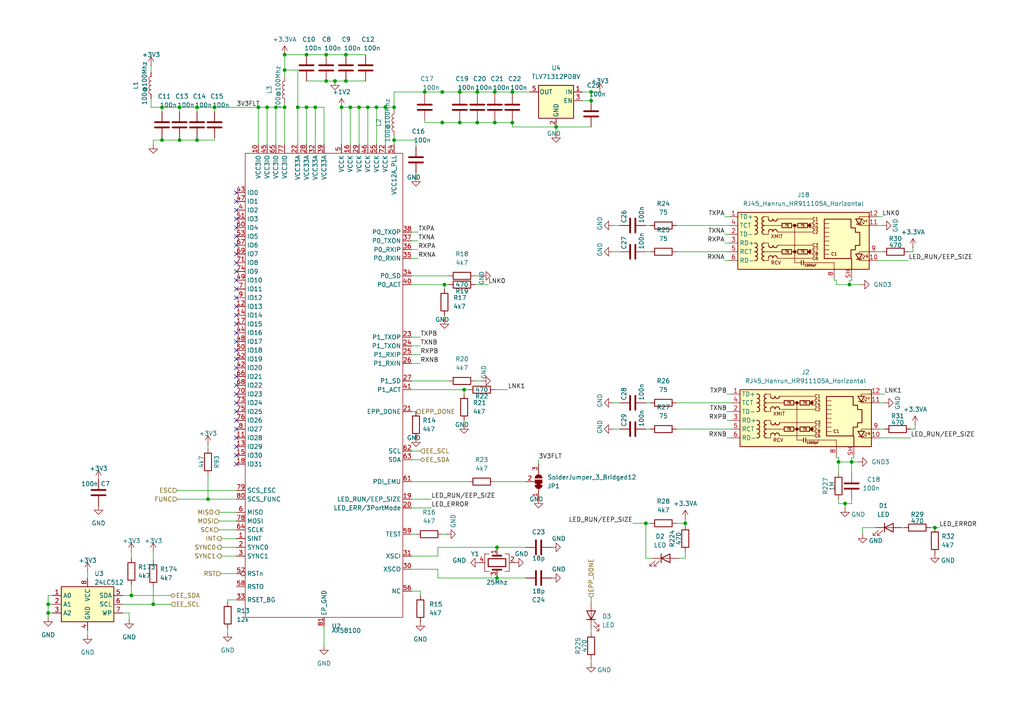
<source format=kicad_sch>
(kicad_sch (version 20231120) (generator "eeschema") (generator_version "8.0")
  (paper "A4")
  (junction (at 106.68 31.115))
  (junction (at 133.35 35.56))
  (junction (at 100.33 23.495))
  (junction (at 77.47 31.115))
  (junction (at 44.45 175.26))
  (junction (at 91.44 31.115))
  (junction (at 271.145 153.035))
  (junction (at 57.15 31.115))
  (junction (at 133.35 26.67))
  (junction (at 187.325 151.765))
  (junction (at 99.06 31.115))
  (junction (at 111.76 31.115))
  (junction (at 144.145 167.64))
  (junction (at 38.1 172.72))
  (junction (at 46.99 40.64))
  (junction (at 104.14 31.115))
  (junction (at 88.9 31.115))
  (junction (at 13.97 177.8))
  (junction (at 144.145 158.75))
  (junction (at 143.51 35.56))
  (junction (at 60.325 144.78))
  (junction (at 94.615 23.495))
  (junction (at 148.59 35.56))
  (junction (at 123.19 26.67))
  (junction (at 198.755 151.765))
  (junction (at 13.97 175.26))
  (junction (at 101.6 31.115))
  (junction (at 128.27 26.67))
  (junction (at 86.36 31.115))
  (junction (at 246.38 82.55))
  (junction (at 52.07 31.115))
  (junction (at 143.51 26.67))
  (junction (at 100.33 15.875))
  (junction (at 128.905 82.55))
  (junction (at 62.23 31.115))
  (junction (at 171.45 26.67))
  (junction (at 134.62 113.03))
  (junction (at 148.59 26.67))
  (junction (at 114.3 31.115))
  (junction (at 80.01 31.115))
  (junction (at 171.45 29.21))
  (junction (at 114.3 40.64))
  (junction (at 46.99 31.115))
  (junction (at 94.615 15.875))
  (junction (at 88.9 15.875))
  (junction (at 128.27 35.56))
  (junction (at 138.43 26.67))
  (junction (at 138.43 35.56))
  (junction (at 82.55 15.875))
  (junction (at 161.29 36.83))
  (junction (at 247.015 133.985))
  (junction (at 57.15 40.64))
  (junction (at 52.07 40.64))
  (junction (at 97.155 23.495))
  (junction (at 109.22 31.115))
  (junction (at 74.93 31.115))
  (junction (at 243.205 133.985))
  (junction (at 82.55 20.32))
  (junction (at 245.11 146.05))
  (junction (at 82.55 31.115))
  (no_connect (at 68.58 91.44))
  (no_connect (at 68.58 93.98))
  (no_connect (at 68.58 76.2))
  (no_connect (at 68.58 55.88))
  (no_connect (at 68.58 101.6))
  (no_connect (at 68.58 78.74))
  (no_connect (at 68.58 124.46))
  (no_connect (at 68.58 86.36))
  (no_connect (at 68.58 121.92))
  (no_connect (at 68.58 99.06))
  (no_connect (at 68.58 66.04))
  (no_connect (at 68.58 73.66))
  (no_connect (at 68.58 119.38))
  (no_connect (at 68.58 96.52))
  (no_connect (at 68.58 63.5))
  (no_connect (at 68.58 60.96))
  (no_connect (at 68.58 68.58))
  (no_connect (at 68.58 134.62))
  (no_connect (at 68.58 127))
  (no_connect (at 68.58 83.82))
  (no_connect (at 68.58 109.22))
  (no_connect (at 68.58 129.54))
  (no_connect (at 68.58 71.12))
  (no_connect (at 68.58 111.76))
  (no_connect (at 68.58 58.42))
  (no_connect (at 68.58 88.9))
  (no_connect (at 68.58 116.84))
  (no_connect (at 68.58 132.08))
  (no_connect (at 68.58 114.3))
  (no_connect (at 68.58 81.28))
  (no_connect (at 68.58 104.14))
  (no_connect (at 68.58 106.68))
  (wire (pts (xy 187.325 151.765) (xy 188.595 151.765)))
  (wire (pts (xy 148.59 26.67) (xy 143.51 26.67)))
  (wire (pts (xy 119.38 113.03) (xy 134.62 113.03)))
  (wire (pts (xy 119.38 69.85) (xy 121.285 69.85)))
  (wire (pts (xy 171.45 182.245) (xy 171.45 183.515)))
  (wire (pts (xy 82.55 31.115) (xy 82.55 41.91)))
  (wire (pts (xy 247.015 133.985) (xy 247.015 132.715)))
  (wire (pts (xy 187.325 161.925) (xy 187.325 151.765)))
  (wire (pts (xy 187.325 116.84) (xy 188.595 116.84)))
  (wire (pts (xy 44.45 175.26) (xy 49.53 175.26)))
  (wire (pts (xy 101.6 31.115) (xy 101.6 41.91)))
  (wire (pts (xy 93.98 181.61) (xy 93.98 187.325)))
  (wire (pts (xy 183.515 151.765) (xy 187.325 151.765)))
  (wire (pts (xy 254.635 62.865) (xy 255.905 62.865)))
  (wire (pts (xy 242.57 132.08) (xy 242.57 132.715)))
  (wire (pts (xy 62.23 31.115) (xy 74.93 31.115)))
  (wire (pts (xy 247.015 80.645) (xy 247.015 81.28)))
  (wire (pts (xy 243.205 133.985) (xy 243.205 132.715)))
  (wire (pts (xy 121.92 130.81) (xy 119.38 130.81)))
  (wire (pts (xy 168.91 29.21) (xy 171.45 29.21)))
  (wire (pts (xy 74.93 31.115) (xy 74.93 41.91)))
  (wire (pts (xy 171.45 191.135) (xy 171.45 192.405)))
  (wire (pts (xy 127 165.1) (xy 119.38 165.1)))
  (wire (pts (xy 177.8 65.405) (xy 179.705 65.405)))
  (wire (pts (xy 255.27 116.84) (xy 256.54 116.84)))
  (wire (pts (xy 119.38 171.45) (xy 121.92 171.45)))
  (wire (pts (xy 43.815 19.05) (xy 43.815 20.955)))
  (wire (pts (xy 264.795 73.025) (xy 263.525 73.025)))
  (wire (pts (xy 13.97 175.26) (xy 15.24 175.26)))
  (wire (pts (xy 119.38 144.78) (xy 125.095 144.78)))
  (wire (pts (xy 255.27 114.3) (xy 256.54 114.3)))
  (wire (pts (xy 123.19 26.67) (xy 123.19 27.305)))
  (wire (pts (xy 120.65 50.165) (xy 120.65 51.435)))
  (wire (pts (xy 37.465 177.8) (xy 35.56 177.8)))
  (wire (pts (xy 210.185 75.565) (xy 211.455 75.565)))
  (wire (pts (xy 52.07 31.115) (xy 52.07 32.385)))
  (wire (pts (xy 128.27 26.67) (xy 128.27 27.305)))
  (wire (pts (xy 66.04 173.99) (xy 66.04 174.625)))
  (wire (pts (xy 153.67 26.67) (xy 148.59 26.67)))
  (wire (pts (xy 119.38 67.31) (xy 121.285 67.31)))
  (wire (pts (xy 25.4 165.735) (xy 25.4 167.64)))
  (wire (pts (xy 111.76 31.115) (xy 111.76 41.91)))
  (wire (pts (xy 86.36 20.32) (xy 86.36 31.115)))
  (wire (pts (xy 261.62 153.035) (xy 262.255 153.035)))
  (wire (pts (xy 13.97 172.72) (xy 13.97 175.26)))
  (wire (pts (xy 88.9 15.875) (xy 94.615 15.875)))
  (wire (pts (xy 121.92 133.35) (xy 119.38 133.35)))
  (wire (pts (xy 46.99 40.005) (xy 46.99 40.64)))
  (wire (pts (xy 38.1 160.02) (xy 38.1 161.925)))
  (wire (pts (xy 143.51 113.03) (xy 147.32 113.03)))
  (wire (pts (xy 63.5 151.13) (xy 68.58 151.13)))
  (wire (pts (xy 82.55 15.875) (xy 82.55 20.32)))
  (wire (pts (xy 114.3 26.67) (xy 123.19 26.67)))
  (wire (pts (xy 63.5 153.67) (xy 68.58 153.67)))
  (wire (pts (xy 80.01 31.115) (xy 80.01 41.91)))
  (wire (pts (xy 210.185 70.485) (xy 211.455 70.485)))
  (wire (pts (xy 134.62 121.92) (xy 134.62 123.19)))
  (wire (pts (xy 210.82 114.3) (xy 212.09 114.3)))
  (wire (pts (xy 255.27 127) (xy 264.16 127)))
  (wire (pts (xy 243.205 132.715) (xy 242.57 132.715)))
  (wire (pts (xy 144.145 167.64) (xy 127 167.64)))
  (wire (pts (xy 82.55 20.32) (xy 86.36 20.32)))
  (wire (pts (xy 119.38 74.93) (xy 121.285 74.93)))
  (wire (pts (xy 100.33 23.495) (xy 106.045 23.495)))
  (wire (pts (xy 44.45 40.64) (xy 46.99 40.64)))
  (wire (pts (xy 148.59 34.925) (xy 148.59 35.56)))
  (wire (pts (xy 52.07 40.005) (xy 52.07 40.64)))
  (wire (pts (xy 187.325 73.025) (xy 188.595 73.025)))
  (wire (pts (xy 15.24 172.72) (xy 13.97 172.72)))
  (wire (pts (xy 161.29 36.83) (xy 161.29 38.735)))
  (wire (pts (xy 104.14 31.115) (xy 104.14 41.91)))
  (wire (pts (xy 246.38 82.55) (xy 246.38 81.28)))
  (wire (pts (xy 161.29 36.83) (xy 148.59 36.83)))
  (wire (pts (xy 196.215 65.405) (xy 211.455 65.405)))
  (wire (pts (xy 66.04 182.245) (xy 66.04 183.515)))
  (wire (pts (xy 88.9 23.495) (xy 94.615 23.495)))
  (wire (pts (xy 196.215 73.025) (xy 211.455 73.025)))
  (wire (pts (xy 80.01 31.115) (xy 77.47 31.115)))
  (wire (pts (xy 148.59 35.56) (xy 143.51 35.56)))
  (wire (pts (xy 119.38 72.39) (xy 121.285 72.39)))
  (wire (pts (xy 63.5 148.59) (xy 68.58 148.59)))
  (wire (pts (xy 241.935 80.645) (xy 241.935 81.28)))
  (wire (pts (xy 189.23 161.925) (xy 187.325 161.925)))
  (wire (pts (xy 168.91 26.67) (xy 171.45 26.67)))
  (wire (pts (xy 128.27 154.94) (xy 129.54 154.94)))
  (wire (pts (xy 272.415 153.035) (xy 271.145 153.035)))
  (wire (pts (xy 210.185 62.865) (xy 211.455 62.865)))
  (wire (pts (xy 247.65 132.08) (xy 247.65 132.715)))
  (wire (pts (xy 210.185 67.945) (xy 211.455 67.945)))
  (wire (pts (xy 152.4 167.64) (xy 144.145 167.64)))
  (wire (pts (xy 60.325 128.905) (xy 60.325 130.175)))
  (wire (pts (xy 127 167.64) (xy 127 165.1)))
  (wire (pts (xy 38.1 169.545) (xy 38.1 172.72)))
  (wire (pts (xy 35.56 175.26) (xy 44.45 175.26)))
  (wire (pts (xy 119.38 97.79) (xy 121.92 97.79)))
  (wire (pts (xy 64.135 158.75) (xy 68.58 158.75)))
  (wire (pts (xy 133.35 26.67) (xy 128.27 26.67)))
  (wire (pts (xy 51.435 144.78) (xy 60.325 144.78)))
  (wire (pts (xy 44.45 170.18) (xy 44.45 175.26)))
  (wire (pts (xy 198.755 151.765) (xy 196.215 151.765)))
  (wire (pts (xy 265.43 124.46) (xy 264.16 124.46)))
  (wire (pts (xy 68.58 173.99) (xy 66.04 173.99)))
  (wire (pts (xy 128.27 34.925) (xy 128.27 35.56)))
  (wire (pts (xy 91.44 31.115) (xy 91.44 41.91)))
  (wire (pts (xy 138.43 26.67) (xy 133.35 26.67)))
  (wire (pts (xy 119.38 147.32) (xy 125.095 147.32)))
  (wire (pts (xy 119.38 119.38) (xy 120.65 119.38)))
  (wire (pts (xy 143.51 35.56) (xy 138.43 35.56)))
  (wire (pts (xy 13.97 177.8) (xy 15.24 177.8)))
  (wire (pts (xy 82.55 29.845) (xy 82.55 31.115)))
  (wire (pts (xy 250.19 154.94) (xy 250.19 153.035)))
  (wire (pts (xy 247.015 137.16) (xy 247.015 133.985)))
  (wire (pts (xy 242.57 82.55) (xy 242.57 81.28)))
  (wire (pts (xy 35.56 172.72) (xy 38.1 172.72)))
  (wire (pts (xy 106.68 31.115) (xy 106.68 41.91)))
  (wire (pts (xy 114.3 40.64) (xy 114.3 41.91)))
  (wire (pts (xy 254.635 75.565) (xy 263.525 75.565)))
  (wire (pts (xy 177.8 73.025) (xy 179.705 73.025)))
  (wire (pts (xy 138.43 35.56) (xy 133.35 35.56)))
  (wire (pts (xy 119.38 102.87) (xy 121.92 102.87)))
  (wire (pts (xy 128.905 91.44) (xy 128.905 92.71)))
  (wire (pts (xy 247.015 133.985) (xy 248.92 133.985)))
  (wire (pts (xy 196.215 124.46) (xy 212.09 124.46)))
  (wire (pts (xy 265.43 123.19) (xy 265.43 124.46)))
  (wire (pts (xy 109.22 31.115) (xy 111.76 31.115)))
  (wire (pts (xy 187.325 124.46) (xy 188.595 124.46)))
  (wire (pts (xy 242.57 81.28) (xy 241.935 81.28)))
  (wire (pts (xy 57.15 40.64) (xy 52.07 40.64)))
  (wire (pts (xy 52.07 40.64) (xy 46.99 40.64)))
  (wire (pts (xy 255.27 124.46) (xy 256.54 124.46)))
  (wire (pts (xy 46.99 31.115) (xy 52.07 31.115)))
  (wire (pts (xy 143.51 26.67) (xy 143.51 27.305)))
  (wire (pts (xy 13.97 175.26) (xy 13.97 177.8)))
  (wire (pts (xy 128.905 82.55) (xy 128.905 83.82)))
  (wire (pts (xy 109.22 31.115) (xy 109.22 41.91)))
  (wire (pts (xy 250.19 153.035) (xy 254 153.035)))
  (wire (pts (xy 133.35 26.67) (xy 133.35 27.305)))
  (wire (pts (xy 94.615 23.495) (xy 97.155 23.495)))
  (wire (pts (xy 57.15 31.115) (xy 57.15 32.385)))
  (wire (pts (xy 99.06 31.115) (xy 101.6 31.115)))
  (wire (pts (xy 177.8 124.46) (xy 179.705 124.46)))
  (wire (pts (xy 138.43 34.925) (xy 138.43 35.56)))
  (wire (pts (xy 246.38 81.28) (xy 247.015 81.28)))
  (wire (pts (xy 121.92 171.45) (xy 121.92 172.72)))
  (wire (pts (xy 60.325 137.795) (xy 60.325 144.78)))
  (wire (pts (xy 100.33 15.875) (xy 106.045 15.875)))
  (wire (pts (xy 134.62 113.03) (xy 135.89 113.03)))
  (wire (pts (xy 119.38 105.41) (xy 121.92 105.41)))
  (wire (pts (xy 37.465 179.705) (xy 37.465 177.8)))
  (wire (pts (xy 64.135 166.37) (xy 68.58 166.37)))
  (wire (pts (xy 120.65 42.545) (xy 120.65 40.64)))
  (wire (pts (xy 143.51 26.67) (xy 138.43 26.67)))
  (wire (pts (xy 128.27 26.67) (xy 123.19 26.67)))
  (wire (pts (xy 171.45 26.67) (xy 173.99 26.67)))
  (wire (pts (xy 119.38 154.94) (xy 120.65 154.94)))
  (wire (pts (xy 210.82 127) (xy 212.09 127)))
  (wire (pts (xy 144.145 159.385) (xy 144.145 158.75)))
  (wire (pts (xy 246.38 82.55) (xy 249.555 82.55)))
  (wire (pts (xy 119.38 80.01) (xy 130.175 80.01)))
  (wire (pts (xy 247.015 132.715) (xy 247.65 132.715)))
  (wire (pts (xy 114.3 31.115) (xy 114.3 31.75)))
  (wire (pts (xy 86.36 31.115) (xy 86.36 41.91)))
  (wire (pts (xy 133.35 34.925) (xy 133.35 35.56)))
  (wire (pts (xy 88.9 31.115) (xy 88.9 41.91)))
  (wire (pts (xy 62.23 40.64) (xy 57.15 40.64)))
  (wire (pts (xy 97.155 23.495) (xy 100.33 23.495)))
  (wire (pts (xy 52.07 31.115) (xy 57.15 31.115)))
  (wire (pts (xy 44.45 160.02) (xy 44.45 162.56)))
  (wire (pts (xy 44.45 40.64) (xy 44.45 41.91)))
  (wire (pts (xy 101.6 31.115) (xy 104.14 31.115)))
  (wire (pts (xy 134.62 113.03) (xy 134.62 114.3)))
  (wire (pts (xy 25.4 182.88) (xy 25.4 184.15)))
  (wire (pts (xy 119.38 82.55) (xy 128.905 82.55)))
  (wire (pts (xy 99.06 41.91) (xy 99.06 31.115)))
  (wire (pts (xy 144.145 167.64) (xy 144.145 167.005)))
  (wire (pts (xy 127 158.75) (xy 127 161.29)))
  (wire (pts (xy 254.635 73.025) (xy 255.905 73.025)))
  (wire (pts (xy 38.1 172.72) (xy 49.53 172.72)))
  (wire (pts (xy 245.11 147.32) (xy 245.11 146.05)))
  (wire (pts (xy 198.755 161.925) (xy 198.755 160.02)))
  (wire (pts (xy 127 161.29) (xy 119.38 161.29)))
  (wire (pts (xy 171.45 29.21) (xy 171.45 26.67)))
  (wire (pts (xy 51.435 142.24) (xy 68.58 142.24)))
  (wire (pts (xy 57.15 31.115) (xy 62.23 31.115)))
  (wire (pts (xy 114.3 26.67) (xy 114.3 31.115)))
  (wire (pts (xy 94.615 15.875) (xy 100.33 15.875)))
  (wire (pts (xy 148.59 36.83) (xy 148.59 35.56)))
  (wire (pts (xy 62.23 31.115) (xy 62.23 32.385)))
  (wire (pts (xy 80.01 31.115) (xy 82.55 31.115)))
  (wire (pts (xy 242.57 82.55) (xy 246.38 82.55)))
  (wire (pts (xy 114.3 39.37) (xy 114.3 40.64)))
  (wire (pts (xy 243.205 137.16) (xy 243.205 133.985)))
  (wire (pts (xy 247.015 146.05) (xy 245.11 146.05)))
  (wire (pts (xy 13.97 177.8) (xy 13.97 179.07)))
  (wire (pts (xy 156.21 133.35) (xy 156.21 134.62)))
  (wire (pts (xy 74.93 31.115) (xy 77.47 31.115)))
  (wire (pts (xy 93.98 41.91) (xy 93.98 31.115)))
  (wire (pts (xy 144.145 158.75) (xy 127 158.75)))
  (wire (pts (xy 86.36 31.115) (xy 88.9 31.115)))
  (wire (pts (xy 196.85 161.925) (xy 198.755 161.925)))
  (wire (pts (xy 104.14 31.115) (xy 106.68 31.115)))
  (wire (pts (xy 137.795 110.49) (xy 139.7 110.49)))
  (wire (pts (xy 119.38 100.33) (xy 121.92 100.33)))
  (wire (pts (xy 210.82 121.92) (xy 212.09 121.92)))
  (wire (pts (xy 271.145 153.035) (xy 269.875 153.035)))
  (wire (pts (xy 106.68 31.115) (xy 109.22 31.115)))
  (wire (pts (xy 62.23 40.005) (xy 62.23 40.64)))
  (wire (pts (xy 210.82 119.38) (xy 212.09 119.38)))
  (wire (pts (xy 143.51 139.7) (xy 152.4 139.7)))
  (wire (pts (xy 243.205 133.985) (xy 247.015 133.985)))
  (wire (pts (xy 137.795 82.55) (xy 141.605 82.55)))
  (wire (pts (xy 187.325 65.405) (xy 188.595 65.405)))
  (wire (pts (xy 247.015 144.78) (xy 247.015 146.05)))
  (wire (pts (xy 120.65 40.64) (xy 114.3 40.64)))
  (wire (pts (xy 128.27 35.56) (xy 133.35 35.56)))
  (wire (pts (xy 138.43 26.67) (xy 138.43 27.305)))
  (wire (pts (xy 245.11 146.05) (xy 243.205 146.05)))
  (wire (pts (xy 46.99 31.115) (xy 46.99 32.385)))
  (wire (pts (xy 137.795 80.01) (xy 139.7 80.01)))
  (wire (pts (xy 128.905 82.55) (xy 130.175 82.55)))
  (wire (pts (xy 64.135 156.21) (xy 68.58 156.21)))
  (wire (pts (xy 88.9 31.115) (xy 91.44 31.115)))
  (wire (pts (xy 57.15 40.005) (xy 57.15 40.64)))
  (wire (pts (xy 152.4 158.75) (xy 144.145 158.75)))
  (wire (pts (xy 264.795 71.755) (xy 264.795 73.025)))
  (wire (pts (xy 198.755 151.765) (xy 198.755 152.4)))
  (wire (pts (xy 148.59 26.67) (xy 148.59 27.305)))
  (wire (pts (xy 43.815 31.115) (xy 46.99 31.115)))
  (wire (pts (xy 82.55 20.32) (xy 82.55 22.225)))
  (wire (pts (xy 91.44 31.115) (xy 93.98 31.115)))
  (wire (pts (xy 43.815 28.575) (xy 43.815 31.115)))
  (wire (pts (xy 123.19 34.925) (xy 123.19 35.56)))
  (wire (pts (xy 82.55 15.875) (xy 88.9 15.875)))
  (wire (pts (xy 119.38 110.49) (xy 130.175 110.49)))
  (wire (pts (xy 161.29 36.83) (xy 171.45 36.83)))
  (wire (pts (xy 196.215 116.84) (xy 212.09 116.84)))
  (wire (pts (xy 254.635 65.405) (xy 255.905 65.405)))
  (wire (pts (xy 143.51 34.925) (xy 143.51 35.56)))
  (wire (pts (xy 243.205 146.05) (xy 243.205 144.78)))
  (wire (pts (xy 64.135 161.29) (xy 68.58 161.29)))
  (wire (pts (xy 60.325 144.78) (xy 68.58 144.78)))
  (wire (pts (xy 77.47 31.115) (xy 77.47 41.91)))
  (wire (pts (xy 171.45 173.355) (xy 171.45 174.625)))
  (wire (pts (xy 198.755 150.495) (xy 198.755 151.765)))
  (wire (pts (xy 177.8 116.84) (xy 179.705 116.84)))
  (wire (pts (xy 111.76 31.115) (xy 114.3 31.115)))
  (wire (pts (xy 123.19 35.56) (xy 128.27 35.56)))
  (wire (pts (xy 119.38 139.7) (xy 135.89 139.7)))
  (label "TXPB" (at 121.92 97.79 0))
  (label "LED_RUN{slash}EEP_SIZE" (at 263.525 75.565 0))
  (label "TXPA" (at 210.185 62.865 180))
  (label "TXNA" (at 121.285 69.85 0))
  (label "TXPA" (at 121.285 67.31 0))
  (label "RXPB" (at 210.82 121.92 180))
  (label "LNK1" (at 256.54 114.3 0))
  (label "RXNA" (at 121.285 74.93 0))
  (label "LED_RUN{slash}EEP_SIZE" (at 183.515 151.765 180))
  (label "RXNB" (at 210.82 127 180))
  (label "TXPB" (at 210.82 114.3 180))
  (label "RXPA" (at 210.185 70.485 180))
  (label "LNK1" (at 147.32 113.03 0))
  (label "RXPA" (at 121.285 72.39 0))
  (label "3V3FLT" (at 156.21 133.35 0))
  (label "RXNB" (at 121.92 105.41 0))
  (label "LNK0" (at 141.605 82.55 0))
  (label "LED_ERROR" (at 272.415 153.035 0))
  (label "3V3FLT" (at 68.58 31.115 0))
  (label "LNK0" (at 255.905 62.865 0))
  (label "LED_RUN{slash}EEP_SIZE" (at 125.095 144.78 0))
  (label "RXNA" (at 210.185 75.565 180))
  (label "RXPB" (at 121.92 102.87 0))
  (label "TXNB" (at 121.92 100.33 0))
  (label "TXNA" (at 210.185 67.945 180))
  (label "LED_ERROR" (at 125.095 147.32 0))
  (label "LED_RUN{slash}EEP_SIZE" (at 264.16 127 0))
  (label "TXNB" (at 210.82 119.38 180))
  (hierarchical_label "ESC" (shape input) (at 51.435 142.24 180))
  (hierarchical_label "FUNC" (shape input) (at 51.435 144.78 180))
  (hierarchical_label "SYNC0" (shape output) (at 64.135 158.75 180))
  (hierarchical_label "EE_SDA" (shape bidirectional) (at 49.53 172.72 0))
  (hierarchical_label "SCK" (shape input) (at 63.5 153.67 180))
  (hierarchical_label "EE_SCL" (shape input) (at 121.92 130.81 0))
  (hierarchical_label "EPP_DONE" (shape input) (at 120.65 119.38 0))
  (hierarchical_label "EPP_DONE" (shape input) (at 171.45 173.355 90))
  (hierarchical_label "RST" (shape input) (at 64.135 166.37 180))
  (hierarchical_label "MISO" (shape output) (at 63.5 148.59 180))
  (hierarchical_label "EE_SDA" (shape bidirectional) (at 121.92 133.35 0))
  (hierarchical_label "MOSI" (shape input) (at 63.5 151.13 180))
  (hierarchical_label "SYNC1" (shape output) (at 64.135 161.29 180))
  (hierarchical_label "EE_SCL" (shape input) (at 49.53 175.26 0))
  (hierarchical_label "INT" (shape output) (at 64.135 156.21 180))
  (symbol (lib_id "power:+3.3VA") (at 198.755 150.495 0) (unit 1)
    (property "Reference" "#PWR0317" (effects (hide yes)))
    (property "Value" "+3.3VA" (at 198.755 146.05 0))
    (property "Description" "Power symbol creates a global label with name \"+3.3VA\"" (effects (hide yes)))
  )
  (symbol (lib_id "Device:R") (at 134.62 118.11 0) (unit 1)
    (property "Reference" "R21" (at 137.16 116.8399 0) (effects (justify left)))
    (property "Value" "4k7" (at 137.16 119.3799 0) (effects (justify left)))
    (property "Footprint" "Resistor_SMD:R_0402_1005Metric" (effects (hide yes)))
    (property "Description" "Resistor" (effects (hide yes)))
    (property "LCSC Part #" "C25900" (effects (hide yes)))
  )
  (symbol (lib_id "power:+3V3") (at 60.325 128.905 0) (unit 1)
    (property "Reference" "#PWR0344" (effects (hide yes)))
    (property "Value" "+3V3" (at 60.325 125.73 0))
    (property "Description" "Power symbol creates a global label with name \"+3V3\"" (effects (hide yes)))
  )
  (symbol (lib_id "Device:R") (at 260.35 124.46 90) (unit 1)
    (property "Reference" "R31" (at 260.35 120.65 90))
    (property "Value" "470" (at 260.35 122.555 90))
    (property "Footprint" "Resistor_SMD:R_0402_1005Metric" (effects (hide yes)))
    (property "Description" "Resistor" (effects (hide yes)))
    (property "LCSC Part #" "C25117" (effects (hide yes)))
  )
  (symbol (lib_id "power:+3V3") (at 38.1 160.02 0) (unit 1)
    (property "Reference" "#PWR0303" (effects (hide yes)))
    (property "Value" "+3V3" (at 38.1 156.845 0))
    (property "Description" "Power symbol creates a global label with name \"+3V3\"" (effects (hide yes)))
  )
  (symbol (lib_id "Device:R") (at 44.45 166.37 0) (unit 1)
    (property "Reference" "R174" (at 46.355 165.0999 0) (effects (justify left)))
    (property "Value" "4k7" (at 46.355 167.6399 0) (effects (justify left)))
    (property "Footprint" "Resistor_SMD:R_0402_1005Metric" (effects (hide yes)))
    (property "Description" "Resistor" (effects (hide yes)))
    (property "LCSC Part #" "C25900" (effects (hide yes)))
  )
  (symbol (lib_id "power:GND") (at 120.65 127 0) (unit 1)
    (property "Reference" "#PWR037" (effects (hide yes)))
    (property "Value" "GND" (at 120.015 127 0))
    (property "Description" "Power symbol creates a global label with name \"GND\" , ground" (effects (hide yes)))
  )
  (symbol (lib_id "power:GND") (at 161.29 38.735 0) (unit 1)
    (property "Reference" "#PWR049" (effects (hide yes)))
    (property "Value" "GND" (at 160.655 38.735 0))
    (property "Description" "Power symbol creates a global label with name \"GND\" , ground" (effects (hide yes)))
  )
  (symbol (lib_id "Device:R") (at 133.985 80.01 90) (unit 1)
    (property "Reference" "R18" (at 133.985 73.66 90))
    (property "Value" "4k7" (at 133.985 76.2 90))
    (property "Footprint" "Resistor_SMD:R_0402_1005Metric" (effects (hide yes)))
    (property "Description" "Resistor" (effects (hide yes)))
    (property "LCSC Part #" "C25900" (effects (hide yes)))
  )
  (symbol (lib_id "Device:R") (at 124.46 154.94 270) (unit 1)
    (property "Reference" "R16" (at 124.46 148.59 90))
    (property "Value" "4k7" (at 124.46 151.13 90))
    (property "Footprint" "Resistor_SMD:R_0402_1005Metric" (effects (hide yes)))
    (property "Description" "Resistor" (effects (hide yes)))
    (property "LCSC Part #" "C25900" (effects (hide yes)))
  )
  (symbol (lib_id "power:+3V3") (at 44.45 160.02 0) (unit 1)
    (property "Reference" "#PWR0304" (effects (hide yes)))
    (property "Value" "+3V3" (at 44.45 156.845 0))
    (property "Description" "Power symbol creates a global label with name \"+3V3\"" (effects (hide yes)))
  )
  (symbol (lib_id "Device:LED") (at 193.04 161.925 0) (unit 1)
    (property "Reference" "D2" (at 191.4525 155.575 0))
    (property "Value" "LED" (at 191.4525 158.115 0))
    (property "Footprint" "LED_SMD:LED_0603_1608Metric" (effects (hide yes)))
    (property "Description" "Light emitting diode" (effects (hide yes)))
    (property "JLC" "C2286" (effects (hide yes)))
  )
  (symbol (lib_id "power:GND") (at 160.02 167.64 90) (unit 1)
    (property "Reference" "#PWR048" (effects (hide yes)))
    (property "Value" "GND" (at 160.02 165.1 90) (effects (justify right)))
    (property "Description" "Power symbol creates a global label with name \"GND\" , ground" (effects (hide yes)))
  )
  (symbol (lib_id "Device:LED") (at 171.45 178.435 90) (unit 1)
    (property "Reference" "D3" (at 174.625 178.7524 90) (effects (justify right)))
    (property "Value" "LED" (at 174.625 181.2924 90) (effects (justify right)))
    (property "Footprint" "LED_SMD:LED_0603_1608Metric" (effects (hide yes)))
    (property "Description" "Light emitting diode" (effects (hide yes)))
    (property "JLC" "C2286" (effects (hide yes)))
  )
  (symbol (lib_id "power:GND") (at 139.7 110.49 90) (unit 1)
    (property "Reference" "#PWR044" (effects (hide yes)))
    (property "Value" "GND" (at 140.335 107.95 0))
    (property "Description" "Power symbol creates a global label with name \"GND\" , ground" (effects (hide yes)))
  )
  (symbol (lib_id "power:+3V3") (at 43.815 19.05 0) (unit 1)
    (property "Reference" "#PWR028" (effects (hide yes)))
    (property "Value" "+3V3" (at 43.815 15.875 0))
    (property "Description" "Power symbol creates a global label with name \"+3V3\"" (effects (hide yes)))
  )
  (symbol (lib_id "power:+3.3VA") (at 82.55 15.875 0) (unit 1)
    (property "Reference" "#PWR0316" (effects (hide yes)))
    (property "Value" "+3.3VA" (at 82.55 11.43 0))
    (property "Description" "Power symbol creates a global label with name \"+3.3VA\"" (effects (hide yes)))
  )
  (symbol (lib_id "Device:C") (at 28.575 142.875 0) (unit 1)
    (property "Reference" "C7" (at 29.21 140.335 0) (effects (justify left)))
    (property "Value" "100n" (at 23.495 140.335 0) (effects (justify left)))
    (property "Footprint" "Capacitor_SMD:C_0402_1005Metric" (effects (hide yes)))
    (property "Description" "Unpolarized capacitor" (effects (hide yes)))
    (property "LCSC Part #" "C307331" (effects (hide yes)))
  )
  (symbol (lib_id "power:GND") (at 128.905 92.71 0) (unit 1)
    (property "Reference" "#PWR039" (effects (hide yes)))
    (property "Value" "GND" (at 128.27 92.71 0))
    (property "Description" "Power symbol creates a global label with name \"GND\" , ground" (effects (hide yes)))
  )
  (symbol (lib_id "power:GND") (at 177.8 73.025 270) (unit 1)
    (property "Reference" "#PWR052" (effects (hide yes)))
    (property "Value" "GND" (at 173.99 72.39 0))
    (property "Description" "Power symbol creates a global label with name \"GND\" , ground" (effects (hide yes)))
  )
  (symbol (lib_id "Device:R") (at 192.405 73.025 90) (unit 1)
    (property "Reference" "R25" (at 192.405 66.675 90))
    (property "Value" "75" (at 192.405 69.215 90))
    (property "Footprint" "Resistor_SMD:R_0603_1608Metric" (effects (hide yes)))
    (property "Description" "Resistor" (effects (hide yes)))
    (property "LCSC Part #" "C4275" (effects (hide yes)))
  )
  (symbol (lib_id "power:GND") (at 134.62 123.19 0) (unit 1)
    (property "Reference" "#PWR041" (effects (hide yes)))
    (property "Value" "GND" (at 133.985 123.19 0))
    (property "Description" "Power symbol creates a global label with name \"GND\" , ground" (effects (hide yes)))
  )
  (symbol (lib_id "power:GND") (at 37.465 179.705 0) (unit 1)
    (property "Reference" "#PWR033" (effects (hide yes)))
    (property "Value" "GND" (at 37.465 184.785 0))
    (property "Description" "Power symbol creates a global label with name \"GND\" , ground" (effects (hide yes)))
  )
  (symbol (lib_id "Device:C") (at 88.9 19.685 0) (unit 1)
    (property "Reference" "C10" (at 87.63 11.43 0) (effects (justify left)))
    (property "Value" "100n" (at 88.265 13.97 0) (effects (justify left)))
    (property "Footprint" "Capacitor_SMD:C_0402_1005Metric" (effects (hide yes)))
    (property "Description" "Unpolarized capacitor" (effects (hide yes)))
    (property "LCSC Part #" "C307331" (effects (hide yes)))
  )
  (symbol (lib_id "Device:C") (at 57.15 36.195 0) (unit 1)
    (property "Reference" "C14" (at 55.88 27.94 0) (effects (justify left)))
    (property "Value" "100n" (at 56.515 30.48 0) (effects (justify left)))
    (property "Footprint" "Capacitor_SMD:C_0402_1005Metric" (effects (hide yes)))
    (property "Description" "Unpolarized capacitor" (effects (hide yes)))
    (property "LCSC Part #" "C307331" (effects (hide yes)))
  )
  (symbol (lib_id "Regulator_Linear:TLV71312PDBV") (at 161.29 29.21 0) (mirror y) (unit 1) (in_bom no)
    (property "Reference" "U4" (at 161.29 19.685 0))
    (property "Value" "TLV71312PDBV" (at 161.29 22.225 0))
    (property "Footprint" "Package_TO_SOT_SMD:SOT-23-5" (effects (hide yes)))
    (property "Datasheet" "http://www.ti.com/lit/ds/symlink/tlv713p.pdf" (effects (hide yes)))
    (property "Description" "150mA Low Dropout Voltage Regulator, Fixed Output 1.2V, SOT-23-5" (effects (hide yes)))
    (property "LCSC Part #" "C2872351" (effects (hide yes)))
  )
  (symbol (lib_id "Device:LED") (at 257.81 153.035 0) (unit 1)
    (property "Reference" "D1" (at 256.2225 146.685 0))
    (property "Value" "LED" (at 256.2225 149.225 0))
    (property "Footprint" "LED_SMD:LED_0603_1608Metric" (effects (hide yes)))
    (property "Description" "Light emitting diode" (effects (hide yes)))
    (property "JLC" "C2286" (effects (hide yes)))
  )
  (symbol (lib_id "Device:R") (at 66.04 178.435 0) (unit 1)
    (property "Reference" "R13" (at 68.58 177.1649 0) (effects (justify left)))
    (property "Value" "12k" (at 68.58 179.7049 0) (effects (justify left)))
    (property "Footprint" "Resistor_SMD:R_0402_1005Metric" (effects (hide yes)))
    (property "Description" "Resistor" (effects (hide yes)))
    (property "LCSC Part #" "C25752" (effects (hide yes)))
  )
  (symbol (lib_id "Device:R") (at 171.45 187.325 180) (unit 1)
    (property "Reference" "R225" (at 167.64 187.325 90))
    (property "Value" "470" (at 169.545 187.325 90))
    (property "Footprint" "Resistor_SMD:R_0402_1005Metric" (effects (hide yes)))
    (property "Description" "Resistor" (effects (hide yes)))
    (property "LCSC Part #" "C25117" (effects (hide yes)))
  )
  (symbol (lib_id "power:GND") (at 255.905 65.405 90) (unit 1)
    (property "Reference" "#PWR060" (effects (hide yes)))
    (property "Value" "GND" (at 259.715 65.405 0))
    (property "Description" "Power symbol creates a global label with name \"GND\" , ground" (effects (hide yes)))
  )
  (symbol (lib_id "power:+3V3") (at 173.99 26.67 0) (unit 1)
    (property "Reference" "#PWR050" (effects (hide yes)))
    (property "Value" "+3V3" (at 173.99 23.495 0))
    (property "Description" "Power symbol creates a global label with name \"+3V3\"" (effects (hide yes)))
  )
  (symbol (lib_id "power:GND") (at 120.65 51.435 0) (unit 1)
    (property "Reference" "#PWR036" (effects (hide yes)))
    (property "Value" "GND" (at 120.015 51.435 0))
    (property "Description" "Power symbol creates a global label with name \"GND\" , ground" (effects (hide yes)))
  )
  (symbol (lib_id "Device:L") (at 43.815 24.765 180) (unit 1)
    (property "Reference" "L1" (at 39.37 24.765 90))
    (property "Value" "100@100Mhz" (at 41.91 24.13 90))
    (property "Footprint" "Resistor_SMD:R_0805_2012Metric" (effects (hide yes)))
    (property "Description" "Inductor" (effects (hide yes)))
    (property "LCSC Part #" "C1015" (effects (hide yes)))
  )
  (symbol (lib_id "power:GND") (at 177.8 65.405 270) (unit 1)
    (property "Reference" "#PWR051" (effects (hide yes)))
    (property "Value" "GND" (at 173.99 64.77 0))
    (property "Description" "Power symbol creates a global label with name \"GND\" , ground" (effects (hide yes)))
  )
  (symbol (lib_id "Device:R") (at 192.405 151.765 270) (unit 1)
    (property "Reference" "R28" (at 192.405 145.415 90))
    (property "Value" "4k7" (at 192.405 147.955 90))
    (property "Footprint" "Resistor_SMD:R_0402_1005Metric" (effects (hide yes)))
    (property "Description" "Resistor" (effects (hide yes)))
    (property "LCSC Part #" "C25900" (effects (hide yes)))
  )
  (symbol (lib_id "Device:R") (at 128.905 87.63 0) (unit 1)
    (property "Reference" "R17" (at 131.445 86.3599 0) (effects (justify left)))
    (property "Value" "4k7" (at 131.445 88.8999 0) (effects (justify left)))
    (property "Footprint" "Resistor_SMD:R_0402_1005Metric" (effects (hide yes)))
    (property "Description" "Resistor" (effects (hide yes)))
    (property "LCSC Part #" "C25900" (effects (hide yes)))
  )
  (symbol (lib_id "Device:C") (at 52.07 36.195 0) (unit 1)
    (property "Reference" "C13" (at 50.8 27.94 0) (effects (justify left)))
    (property "Value" "100n" (at 51.435 30.48 0) (effects (justify left)))
    (property "Footprint" "Capacitor_SMD:C_0402_1005Metric" (effects (hide yes)))
    (property "Description" "Unpolarized capacitor" (effects (hide yes)))
    (property "LCSC Part #" "C307331" (effects (hide yes)))
  )
  (symbol (lib_id "Device:R") (at 120.65 123.19 180) (unit 1)
    (property "Reference" "R14" (at 122.555 121.9199 0) (effects (justify right)))
    (property "Value" "4k7" (at 122.555 124.4599 0) (effects (justify right)))
    (property "Footprint" "Resistor_SMD:R_0402_1005Metric" (effects (hide yes)))
    (property "Description" "Resistor" (effects (hide yes)))
    (property "LCSC Part #" "C25900" (effects (hide yes)))
  )
  (symbol (lib_id "Device:C") (at 123.19 31.115 0) (unit 1)
    (property "Reference" "C17" (at 121.92 22.86 0) (effects (justify left)))
    (property "Value" "100n" (at 122.555 25.4 0) (effects (justify left)))
    (property "Footprint" "Capacitor_SMD:C_0402_1005Metric" (effects (hide yes)))
    (property "Description" "Unpolarized capacitor" (effects (hide yes)))
    (property "LCSC Part #" "C307331" (effects (hide yes)))
  )
  (symbol (lib_id "Device:R") (at 121.92 176.53 0) (unit 1)
    (property "Reference" "R15" (at 124.46 175.2599 0) (effects (justify left)))
    (property "Value" "4k7" (at 124.46 177.7999 0) (effects (justify left)))
    (property "Footprint" "Resistor_SMD:R_0402_1005Metric" (effects (hide yes)))
    (property "Description" "Resistor" (effects (hide yes)))
    (property "LCSC Part #" "C25900" (effects (hide yes)))
  )
  (symbol (lib_id "Device:C") (at 106.045 19.685 0) (unit 1)
    (property "Reference" "C12" (at 104.775 11.43 0) (effects (justify left)))
    (property "Value" "100n" (at 105.41 13.97 0) (effects (justify left)))
    (property "Footprint" "Capacitor_SMD:C_0402_1005Metric" (effects (hide yes)))
    (property "Description" "Unpolarized capacitor" (effects (hide yes)))
    (property "LCSC Part #" "C307331" (effects (hide yes)))
  )
  (symbol (lib_id "Device:C") (at 171.45 33.02 0) (unit 1)
    (property "Reference" "C25" (at 170.18 24.765 0) (effects (justify left)))
    (property "Value" "100n" (at 170.815 27.305 0) (effects (justify left)))
    (property "Footprint" "Capacitor_SMD:C_0402_1005Metric" (effects (hide yes)))
    (property "Description" "Unpolarized capacitor" (effects (hide yes)))
    (property "LCSC Part #" "C307331" (effects (hide yes)))
  )
  (symbol (lib_id "power:GND") (at 44.45 41.91 0) (unit 1)
    (property "Reference" "#PWR029" (effects (hide yes)))
    (property "Value" "GND" (effects (hide yes)))
    (property "Description" "Power symbol creates a global label with name \"GND\" , ground" (effects (hide yes)))
  )
  (symbol (lib_id "Device:C") (at 183.515 73.025 90) (unit 1)
    (property "Reference" "C27" (at 180.975 72.39 0) (effects (justify left)))
    (property "Value" "100n" (at 186.055 72.39 0) (effects (justify left)))
    (property "Footprint" "Capacitor_SMD:C_0402_1005Metric" (effects (hide yes)))
    (property "Description" "Unpolarized capacitor" (effects (hide yes)))
    (property "LCSC Part #" "C307331" (effects (hide yes)))
  )
  (symbol (lib_id "power:GND") (at 171.45 192.405 0) (unit 1)
    (property "Reference" "#PWR0345" (effects (hide yes)))
    (property "Value" "GND" (at 175.26 194.31 0))
    (property "Description" "Power symbol creates a global label with name \"GND\" , ground" (effects (hide yes)))
  )
  (symbol (lib_id "Device:C") (at 183.515 116.84 90) (unit 1)
    (property "Reference" "C28" (at 180.975 116.205 0) (effects (justify left)))
    (property "Value" "100n" (at 186.055 116.205 0) (effects (justify left)))
    (property "Footprint" "Capacitor_SMD:C_0402_1005Metric" (effects (hide yes)))
    (property "Description" "Unpolarized capacitor" (effects (hide yes)))
    (property "LCSC Part #" "C307331" (effects (hide yes)))
  )
  (symbol (lib_id "power:GND") (at 271.145 160.655 0) (unit 1)
    (property "Reference" "#PWR062" (effects (hide yes)))
    (property "Value" "GND" (at 274.955 162.56 0))
    (property "Description" "Power symbol creates a global label with name \"GND\" , ground" (effects (hide yes)))
  )
  (symbol (lib_id "Device:C") (at 247.015 140.97 0) (unit 1)
    (property "Reference" "C18" (at 251.46 139.065 0) (effects (justify left)))
    (property "Value" "100n" (at 250.19 141.605 0) (effects (justify left)))
    (property "Footprint" "Capacitor_SMD:C_1206_3216Metric" (effects (hide yes)))
    (property "Description" "Unpolarized capacitor" (effects (hide yes)))
    (property "LCSC Part #" "C307331" (effects (hide yes)))
  )
  (symbol (lib_id "Device:C") (at 46.99 36.195 0) (unit 1)
    (property "Reference" "C11" (at 45.72 27.94 0) (effects (justify left)))
    (property "Value" "100n" (at 46.355 30.48 0) (effects (justify left)))
    (property "Footprint" "Capacitor_SMD:C_0402_1005Metric" (effects (hide yes)))
    (property "Description" "Unpolarized capacitor" (effects (hide yes)))
    (property "LCSC Part #" "C307331" (effects (hide yes)))
  )
  (symbol (lib_id "power:+3V3") (at 28.575 139.065 0) (unit 1)
    (property "Reference" "#PWR026" (effects (hide yes)))
    (property "Value" "+3V3" (at 28.575 135.89 0))
    (property "Description" "Power symbol creates a global label with name \"+3V3\"" (effects (hide yes)))
  )
  (symbol (lib_id "power:GND") (at 177.8 116.84 270) (unit 1)
    (property "Reference" "#PWR053" (effects (hide yes)))
    (property "Value" "GND" (at 173.99 116.205 0))
    (property "Description" "Power symbol creates a global label with name \"GND\" , ground" (effects (hide yes)))
  )
  (symbol (lib_id "Device:C") (at 100.33 19.685 0) (unit 1)
    (property "Reference" "C9" (at 99.06 11.43 0) (effects (justify left)))
    (property "Value" "100n" (at 99.695 13.97 0) (effects (justify left)))
    (property "Footprint" "Capacitor_SMD:C_0402_1005Metric" (effects (hide yes)))
    (property "Description" "Unpolarized capacitor" (effects (hide yes)))
    (property "LCSC Part #" "C307331" (effects (hide yes)))
  )
  (symbol (lib_id "Device:C") (at 143.51 31.115 0) (unit 1)
    (property "Reference" "C21" (at 142.24 22.86 0) (effects (justify left)))
    (property "Value" "100n" (at 142.875 25.4 0) (effects (justify left)))
    (property "Footprint" "Capacitor_SMD:C_0402_1005Metric" (effects (hide yes)))
    (property "Description" "Unpolarized capacitor" (effects (hide yes)))
    (property "LCSC Part #" "C307331" (effects (hide yes)))
  )
  (symbol (lib_id "Device:C") (at 183.515 124.46 90) (unit 1)
    (property "Reference" "C29" (at 180.975 123.825 0) (effects (justify left)))
    (property "Value" "100n" (at 186.055 123.825 0) (effects (justify left)))
    (property "Footprint" "Capacitor_SMD:C_0402_1005Metric" (effects (hide yes)))
    (property "Description" "Unpolarized capacitor" (effects (hide yes)))
    (property "LCSC Part #" "C307331" (effects (hide yes)))
  )
  (symbol (lib_id "power:GND") (at 129.54 154.94 90) (unit 1)
    (property "Reference" "#PWR040" (effects (hide yes)))
    (property "Value" "GND" (at 131.445 151.13 0))
    (property "Description" "Power symbol creates a global label with name \"GND\" , ground" (effects (hide yes)))
  )
  (symbol (lib_id "Device:R") (at 243.205 140.97 180) (unit 1)
    (property "Reference" "R227" (at 239.395 140.97 90))
    (property "Value" "1M" (at 241.3 140.97 90))
    (property "Footprint" "Capacitor_SMD:C_0805_2012Metric" (effects (hide yes)))
    (property "Description" "Resistor" (effects (hide yes)))
    (property "LCSC Part #" "C17514" (effects (hide yes)))
  )
  (symbol (lib_id "power:GND") (at 256.54 116.84 90) (unit 1)
    (property "Reference" "#PWR061" (effects (hide yes)))
    (property "Value" "GND" (at 260.35 116.84 0))
    (property "Description" "Power symbol creates a global label with name \"GND\" , ground" (effects (hide yes)))
  )
  (symbol (lib_id "Device:R") (at 271.145 156.845 180) (unit 1)
    (property "Reference" "R32" (at 273.05 155.5749 0) (effects (justify right)))
    (property "Value" "4k7" (at 273.05 158.1149 0) (effects (justify right)))
    (property "Footprint" "Resistor_SMD:R_0402_1005Metric" (effects (hide yes)))
    (property "Description" "Resistor" (effects (hide yes)))
    (property "LCSC Part #" "C25900" (effects (hide yes)))
  )
  (symbol (lib_id "Device:R") (at 60.325 133.985 0) (unit 1)
    (property "Reference" "R93" (at 62.865 133.985 90))
    (property "Value" "4k7" (at 58.42 133.985 90))
    (property "Footprint" "Resistor_SMD:R_0402_1005Metric" (effects (hide yes)))
    (property "Description" "Resistor" (effects (hide yes)))
    (property "LCSC Part #" "C25900" (effects (hide yes)))
  )
  (symbol (lib_id "Connector:RJ45_Hanrun_HR911105A_Horizontal") (at 232.41 121.92 0) (unit 1) (in_bom no)
    (property "Reference" "J2" (at 233.68 107.95 0))
    (property "Value" "RJ45_Hanrun_HR911105A_Horizontal" (at 233.68 110.49 0))
    (property "Footprint" "Connector_RJ:RJ45_Hanrun_HR911105A_Horizontal" (effects (hide yes)))
    (property "Datasheet" "https://datasheet.lcsc.com/lcsc/1811141815_HANRUN-Zhongshan-HanRun-Elec-HR911105A_C12074.pdf" (effects (hide yes)))
    (property "Description" "1 Port RJ45 Magjack Connector Through Hole 10/100 Base-T, AutoMDIX" (effects (hide yes)))
    (property "LCSC Part #" "C12074" (effects (hide yes)))
    (property "JlcPosOffset" "0,2.2" (effects (hide yes)))
  )
  (symbol (lib_id "Device:R") (at 192.405 65.405 90) (unit 1)
    (property "Reference" "R24" (at 192.405 59.055 90))
    (property "Value" "75" (at 192.405 61.595 90))
    (property "Footprint" "Resistor_SMD:R_0603_1608Metric" (effects (hide yes)))
    (property "Description" "Resistor" (effects (hide yes)))
    (property "LCSC Part #" "C4275" (effects (hide yes)))
  )
  (symbol (lib_id "Device:L") (at 114.3 35.56 180) (unit 1)
    (property "Reference" "L2" (at 109.855 35.56 90))
    (property "Value" "100@100Mhz" (at 112.395 34.925 90))
    (property "Footprint" "Resistor_SMD:R_0805_2012Metric" (effects (hide yes)))
    (property "Description" "Inductor" (effects (hide yes)))
    (property "LCSC Part #" "C1015" (effects (hide yes)))
  )
  (symbol (lib_id "power:GND") (at 139.7 80.01 90) (unit 1)
    (property "Reference" "#PWR043" (effects (hide yes)))
    (property "Value" "GND" (at 139.7 80.645 0))
    (property "Description" "Power symbol creates a global label with name \"GND\" , ground" (effects (hide yes)))
  )
  (symbol (lib_id "power:GND") (at 149.225 163.195 90) (unit 1)
    (property "Reference" "#PWR045" (effects (hide yes)))
    (property "Value" "GND" (at 149.225 160.655 90) (effects (justify right)))
    (property "Description" "Power symbol creates a global label with name \"GND\" , ground" (effects (hide yes)))
  )
  (symbol (lib_id "Device:R") (at 259.715 73.025 90) (unit 1)
    (property "Reference" "R30" (at 259.715 69.215 90))
    (property "Value" "470" (at 259.715 71.12 90))
    (property "Footprint" "Resistor_SMD:R_0402_1005Metric" (effects (hide yes)))
    (property "Description" "Resistor" (effects (hide yes)))
    (property "LCSC Part #" "C25117" (effects (hide yes)))
  )
  (symbol (lib_id "power:GND") (at 245.11 147.32 0) (unit 1)
    (property "Reference" "#PWR056" (effects (hide yes)))
    (property "Value" "GND" (at 248.92 149.225 0))
    (property "Description" "Power symbol creates a global label with name \"GND\" , ground" (effects (hide yes)))
  )
  (symbol (lib_id "power:GND3") (at 248.92 133.985 90) (unit 1)
    (property "Reference" "#PWR058" (effects (hide yes)))
    (property "Value" "GND3" (at 252.73 133.9849 90) (effects (justify right)))
    (property "Description" "Power symbol creates a global label with name \"GND3\" , ground" (effects (hide yes)))
  )
  (symbol (lib_id "power:GND") (at 13.97 179.07 0) (unit 1)
    (property "Reference" "#PWR030" (effects (hide yes)))
    (property "Value" "GND" (at 13.97 184.15 0))
    (property "Description" "Power symbol creates a global label with name \"GND\" , ground" (effects (hide yes)))
  )
  (symbol (lib_id "Device:C") (at 62.23 36.195 0) (unit 1)
    (property "Reference" "C15" (at 60.96 27.94 0) (effects (justify left)))
    (property "Value" "100n" (at 61.595 30.48 0) (effects (justify left)))
    (property "Footprint" "Capacitor_SMD:C_0402_1005Metric" (effects (hide yes)))
    (property "Description" "Unpolarized capacitor" (effects (hide yes)))
    (property "LCSC Part #" "C307331" (effects (hide yes)))
  )
  (symbol (lib_id "Device:C") (at 94.615 19.685 0) (unit 1)
    (property "Reference" "C8" (at 93.345 11.43 0) (effects (justify left)))
    (property "Value" "100n" (at 93.98 13.97 0) (effects (justify left)))
    (property "Footprint" "Capacitor_SMD:C_0402_1005Metric" (effects (hide yes)))
    (property "Description" "Unpolarized capacitor" (effects (hide yes)))
    (property "LCSC Part #" "C307331" (effects (hide yes)))
  )
  (symbol (lib_id "Device:R") (at 139.7 139.7 270) (unit 1)
    (property "Reference" "R23" (at 139.7 133.35 90))
    (property "Value" "4k7" (at 139.7 135.89 90))
    (property "Footprint" "Resistor_SMD:R_0402_1005Metric" (effects (hide yes)))
    (property "Description" "Resistor" (effects (hide yes)))
    (property "LCSC Part #" "C25900" (effects (hide yes)))
  )
  (symbol (lib_id "power:GND3") (at 249.555 82.55 90) (unit 1)
    (property "Reference" "#PWR059" (effects (hide yes)))
    (property "Value" "GND3" (at 253.365 82.5499 90) (effects (justify right)))
    (property "Description" "Power symbol creates a global label with name \"GND3\" , ground" (effects (hide yes)))
  )
  (symbol (lib_id "power:+3.3VA") (at 264.795 71.755 0) (unit 1)
    (property "Reference" "#PWR0319" (effects (hide yes)))
    (property "Value" "+3.3VA" (at 264.795 67.31 0))
    (property "Description" "Power symbol creates a global label with name \"+3.3VA\"" (effects (hide yes)))
  )
  (symbol (lib_id "EthercatLib:AX58100") (at 26.67 22.86 0) (unit 1) (in_bom no)
    (property "Reference" "U2" (at 96.1741 181.61 0) (effects (justify left)))
    (property "Value" "AX58100" (at 96.1741 182.88 0) (effects (justify left)))
    (property "Footprint" "JLCFootprints:LQFP-80_10x10mm_P0.4mm_EP" (effects (hide yes)))
  )
  (symbol (lib_id "Device:R") (at 38.1 165.735 0) (unit 1)
    (property "Reference" "R173" (at 40.005 164.4649 0) (effects (justify left)))
    (property "Value" "4k7" (at 40.005 167.0049 0) (effects (justify left)))
    (property "Footprint" "Resistor_SMD:R_0402_1005Metric" (effects (hide yes)))
    (property "Description" "Resistor" (effects (hide yes)))
    (property "LCSC Part #" "C25900" (effects (hide yes)))
  )
  (symbol (lib_id "power:+1V2") (at 99.06 31.115 0) (unit 1)
    (property "Reference" "#PWR0314" (effects (hide yes)))
    (property "Value" "+1V2" (at 99.06 26.67 0))
    (property "Description" "Power symbol creates a global label with name \"+1V2\"" (effects (hide yes)))
  )
  (symbol (lib_id "power:GND") (at 156.21 144.78 0) (unit 1)
    (property "Reference" "#PWR046" (effects (hide yes)))
    (property "Value" "GND" (at 155.575 144.78 0))
    (property "Description" "Power symbol creates a global label with name \"GND\" , ground" (effects (hide yes)))
  )
  (symbol (lib_id "Device:R") (at 192.405 116.84 90) (unit 1)
    (property "Reference" "R26" (at 192.405 110.49 90))
    (property "Value" "75" (at 192.405 113.03 90))
    (property "Footprint" "Resistor_SMD:R_0603_1608Metric" (effects (hide yes)))
    (property "Description" "Resistor" (effects (hide yes)))
    (property "LCSC Part #" "C4275" (effects (hide yes)))
  )
  (symbol (lib_id "Device:R") (at 133.985 82.55 90) (unit 1)
    (property "Reference" "R19" (at 133.985 84.455 90))
    (property "Value" "470" (at 133.985 82.55 90))
    (property "Footprint" "Resistor_SMD:R_0402_1005Metric" (effects (hide yes)))
    (property "Description" "Resistor" (effects (hide yes)))
    (property "LCSC Part #" "C25117" (effects (hide yes)))
  )
  (symbol (lib_id "power:GND") (at 66.04 183.515 0) (unit 1)
    (property "Reference" "#PWR034" (effects (hide yes)))
    (property "Value" "GND" (at 66.04 188.595 0))
    (property "Description" "Power symbol creates a global label with name \"GND\" , ground" (effects (hide yes)))
  )
  (symbol (lib_id "power:GND") (at 250.19 154.94 0) (unit 1)
    (property "Reference" "#PWR057" (effects (hide yes)))
    (property "Value" "GND" (at 254 156.845 0))
    (property "Description" "Power symbol creates a global label with name \"GND\" , ground" (effects (hide yes)))
  )
  (symbol (lib_id "power:GND") (at 139.065 163.195 270) (unit 1)
    (property "Reference" "#PWR042" (effects (hide yes)))
    (property "Value" "GND" (at 135.255 162.56 90) (effects (justify right)))
    (property "Description" "Power symbol creates a global label with name \"GND\" , ground" (effects (hide yes)))
  )
  (symbol (lib_id "power:GND") (at 121.92 180.34 0) (unit 1)
    (property "Reference" "#PWR038" (effects (hide yes)))
    (property "Value" "GND" (at 121.92 185.42 0))
    (property "Description" "Power symbol creates a global label with name \"GND\" , ground" (effects (hide yes)))
  )
  (symbol (lib_id "power:GND") (at 160.02 158.75 90) (unit 1)
    (property "Reference" "#PWR047" (effects (hide yes)))
    (property "Value" "GND" (at 160.02 156.21 90) (effects (justify right)))
    (property "Description" "Power symbol creates a global label with name \"GND\" , ground" (effects (hide yes)))
  )
  (symbol (lib_id "Jumper:SolderJumper_3_Bridged12") (at 156.21 139.7 270) (mirror x) (unit 1) (exclude_from_sim yes) (in_bom no)
    (property "Reference" "JP1" (at 158.75 140.9701 90) (effects (justify left)))
    (property "Value" "SolderJumper_3_Bridged12" (at 158.75 138.4301 90) (effects (justify left)))
    (property "Footprint" "Jumper:SolderJumper-3_P1.3mm_Bridged2Bar12_RoundedPad1.0x1.5mm" (effects (hide yes)))
    (property "Description" "3-pole Solder Jumper, pins 1+2 closed/bridged" (effects (hide yes)))
  )
  (symbol (lib_id "Device:R") (at 198.755 156.21 180) (unit 1)
    (property "Reference" "R224" (at 194.945 156.21 90))
    (property "Value" "470" (at 196.85 156.21 90))
    (property "Footprint" "Resistor_SMD:R_0402_1005Metric" (effects (hide yes)))
    (property "Description" "Resistor" (effects (hide yes)))
    (property "LCSC Part #" "C25117" (effects (hide yes)))
  )
  (symbol (lib_id "Device:L") (at 82.55 26.035 180) (unit 1)
    (property "Reference" "L3" (at 78.105 26.035 90))
    (property "Value" "100@100Mhz" (at 80.645 25.4 90))
    (property "Footprint" "Resistor_SMD:R_0805_2012Metric" (effects (hide yes)))
    (property "Description" "Inductor" (effects (hide yes)))
    (property "LCSC Part #" "C1015" (effects (hide yes)))
  )
  (symbol (lib_id "Device:C") (at 183.515 65.405 90) (unit 1)
    (property "Reference" "C26" (at 180.975 64.77 0) (effects (justify left)))
    (property "Value" "100n" (at 186.055 64.77 0) (effects (justify left)))
    (property "Footprint" "Capacitor_SMD:C_0402_1005Metric" (effects (hide yes)))
    (property "Description" "Unpolarized capacitor" (effects (hide yes)))
    (property "LCSC Part #" "C307331" (effects (hide yes)))
  )
  (symbol (lib_id "Connector:RJ45_Hanrun_HR911105A_Horizontal") (at 231.775 70.485 0) (unit 1) (in_bom no)
    (property "Reference" "J18" (at 233.045 56.515 0))
    (property "Value" "RJ45_Hanrun_HR911105A_Horizontal" (at 233.045 59.055 0))
    (property "Footprint" "Connector_RJ:RJ45_Hanrun_HR911105A_Horizontal" (effects (hide yes)))
    (property "Datasheet" "https://datasheet.lcsc.com/lcsc/1811141815_HANRUN-Zhongshan-HanRun-Elec-HR911105A_C12074.pdf" (effects (hide yes)))
    (property "Description" "1 Port RJ45 Magjack Connector Through Hole 10/100 Base-T, AutoMDIX" (effects (hide yes)))
    (property "LCSC Part #" "C12074" (effects (hide yes)))
    (property "JlcPosOffset" "0,2.2" (effects (hide yes)))
  )
  (symbol (lib_id "Device:R") (at 133.985 110.49 270) (unit 1)
    (property "Reference" "R20" (at 133.985 104.14 90))
    (property "Value" "4k7" (at 133.985 106.68 90))
    (property "Footprint" "Resistor_SMD:R_0402_1005Metric" (effects (hide yes)))
    (property "Description" "Resistor" (effects (hide yes)))
    (property "LCSC Part #" "C25900" (effects (hide yes)))
  )
  (symbol (lib_id "Device:C") (at 138.43 31.115 0) (unit 1)
    (property "Reference" "C20" (at 137.16 22.86 0) (effects (justify left)))
    (property "Value" "100n" (at 137.795 25.4 0) (effects (justify left)))
    (property "Footprint" "Capacitor_SMD:C_0402_1005Metric" (effects (hide yes)))
    (property "Description" "Unpolarized capacitor" (effects (hide yes)))
    (property "LCSC Part #" "C307331" (effects (hide yes)))
  )
  (symbol (lib_id "power:+3V3") (at 25.4 165.735 0) (unit 1)
    (property "Reference" "#PWR031" (effects (hide yes)))
    (property "Value" "+3V3" (at 25.4 162.56 0))
    (property "Description" "Power symbol creates a global label with name \"+3V3\"" (effects (hide yes)))
  )
  (symbol (lib_id "power:GND") (at 97.155 23.495 0) (unit 1)
    (property "Reference" "#PWR0315" (effects (hide yes)))
    (property "Value" "GND" (effects (hide yes)))
    (property "Description" "Power symbol creates a global label with name \"GND\" , ground" (effects (hide yes)))
  )
  (symbol (lib_id "Device:C") (at 120.65 46.355 0) (unit 1)
    (property "Reference" "C16" (at 119.38 38.1 0) (effects (justify left)))
    (property "Value" "100n" (at 120.015 40.64 0) (effects (justify left)))
    (property "Footprint" "Capacitor_SMD:C_0402_1005Metric" (effects (hide yes)))
    (property "Description" "Unpolarized capacitor" (effects (hide yes)))
    (property "LCSC Part #" "C307331" (effects (hide yes)))
  )
  (symbol (lib_id "Device:C") (at 148.59 31.115 0) (unit 1)
    (property "Reference" "C22" (at 147.32 22.86 0) (effects (justify left)))
    (property "Value" "100n" (at 147.955 25.4 0) (effects (justify left)))
    (property "Footprint" "Capacitor_SMD:C_0402_1005Metric" (effects (hide yes)))
    (property "Description" "Unpolarized capacitor" (effects (hide yes)))
    (property "LCSC Part #" "C307331" (effects (hide yes)))
  )
  (symbol (lib_id "Device:C") (at 156.21 158.75 270) (unit 1)
    (property "Reference" "C23" (at 156.21 154.305 90))
    (property "Value" "18p" (at 156.21 161.925 90))
    (property "Footprint" "Capacitor_SMD:C_0402_1005Metric" (effects (hide yes)))
    (property "Description" "Unpolarized capacitor" (effects (hide yes)))
    (property "LCSC Part #" "C1549" (effects (hide yes)))
  )
  (symbol (lib_id "Device:R") (at 266.065 153.035 90) (unit 1)
    (property "Reference" "R29" (at 266.065 149.225 90))
    (property "Value" "470" (at 266.065 151.13 90))
    (property "Footprint" "Resistor_SMD:R_0402_1005Metric" (effects (hide yes)))
    (property "Description" "Resistor" (effects (hide yes)))
    (property "LCSC Part #" "C25117" (effects (hide yes)))
  )
  (symbol (lib_id "Memory_EEPROM:24LC512") (at 25.4 175.26 0) (unit 1) (in_bom no)
    (property "Reference" "U3" (at 27.3559 166.37 0) (effects (justify left)))
    (property "Value" "24LC512" (at 27.3559 168.91 0) (effects (justify left)))
    (property "Footprint" "Package_SO:SO-8_3.9x4.9mm_P1.27mm" (effects (hide yes)))
    (property "Datasheet" "http://ww1.microchip.com/downloads/en/DeviceDoc/21754M.pdf" (effects (hide yes)))
    (property "Description" "I2C Serial EEPROM, 512Kb, DIP-8/SOIC-8/TSSOP-8/DFN-8" (effects (hide yes)))
    (property "LCSC Part #" "C2987264" (effects (hide yes)))
  )
  (symbol (lib_id "Device:R") (at 139.7 113.03 90) (unit 1)
    (property "Reference" "R22" (at 139.7 114.935 90))
    (property "Value" "470" (at 139.7 113.03 90))
    (property "Footprint" "Resistor_SMD:R_0402_1005Metric" (effects (hide yes)))
    (property "Description" "Resistor" (effects (hide yes)))
    (property "LCSC Part #" "C25117" (effects (hide yes)))
  )
  (symbol (lib_id "power:+3.3VA") (at 265.43 123.19 0) (unit 1)
    (property "Reference" "#PWR0318" (effects (hide yes)))
    (property "Value" "+3.3VA" (at 265.43 118.745 0))
    (property "Description" "Power symbol creates a global label with name \"+3.3VA\"" (effects (hide yes)))
  )
  (symbol (lib_id "Device:R") (at 192.405 124.46 90) (unit 1)
    (property "Reference" "R27" (at 192.405 118.11 90))
    (property "Value" "75" (at 192.405 120.65 90))
    (property "Footprint" "Resistor_SMD:R_0603_1608Metric" (effects (hide yes)))
    (property "Description" "Resistor" (effects (hide yes)))
    (property "LCSC Part #" "C4275" (effects (hide yes)))
  )
  (symbol (lib_id "power:GND") (at 93.98 187.325 0) (unit 1)
    (property "Reference" "#PWR035" (effects (hide yes)))
    (property "Value" "GND" (at 93.98 192.405 0))
    (property "Description" "Power symbol creates a global label with name \"GND\" , ground" (effects (hide yes)))
  )
  (symbol (lib_id "power:GND") (at 28.575 146.685 0) (unit 1)
    (property "Reference" "#PWR027" (effects (hide yes)))
    (property "Value" "GND" (at 28.575 151.765 0))
    (property "Description" "Power symbol creates a global label with name \"GND\" , ground" (effects (hide yes)))
  )
  (symbol (lib_id "Device:C") (at 133.35 31.115 0) (unit 1)
    (property "Reference" "C19" (at 132.08 22.86 0) (effects (justify left)))
    (property "Value" "100n" (at 132.715 25.4 0) (effects (justify left)))
    (property "Footprint" "Capacitor_SMD:C_0402_1005Metric" (effects (hide yes)))
    (property "Description" "Unpolarized capacitor" (effects (hide yes)))
    (property "LCSC Part #" "C307331" (effects (hide yes)))
  )
  (symbol (lib_id "power:GND") (at 177.8 124.46 270) (unit 1)
    (property "Reference" "#PWR054" (effects (hide yes)))
    (property "Value" "GND" (at 173.99 123.825 0))
    (property "Description" "Power symbol creates a global label with name \"GND\" , ground" (effects (hide yes)))
  )
  (symbol (lib_id "Device:Crystal_GND24") (at 144.145 163.195 270) (unit 1)
    (property "Reference" "Y1" (at 137.795 160.655 90))
    (property "Value" "25Mhz" (at 144.145 168.91 90))
    (property "Footprint" "Crystal:Crystal_SMD_3225-4Pin_3.2x2.5mm" (effects (hide yes)))
    (property "Description" "Four pin crystal, GND on pins 2 and 4" (effects (hide yes)))
    (property "LCSC Part #" "C9006" (effects (hide yes)))
  )
  (symbol (lib_id "power:GND") (at 25.4 184.15 0) (unit 1)
    (property "Reference" "#PWR032" (effects (hide yes)))
    (property "Value" "GND" (at 25.4 189.23 0))
    (property "Description" "Power symbol creates a global label with name \"GND\" , ground" (effects (hide yes)))
  )
  (symbol (lib_id "Device:C") (at 156.21 167.64 270) (unit 1)
    (property "Reference" "C24" (at 156.21 173.99 90))
    (property "Value" "18p" (at 156.21 171.45 90))
    (property "Footprint" "Capacitor_SMD:C_0402_1005Metric" (effects (hide yes)))
    (property "Description" "Unpolarized capacitor" (effects (hide yes)))
    (property "LCSC Part #" "C1549" (effects (hide yes)))
  )
)
</source>
